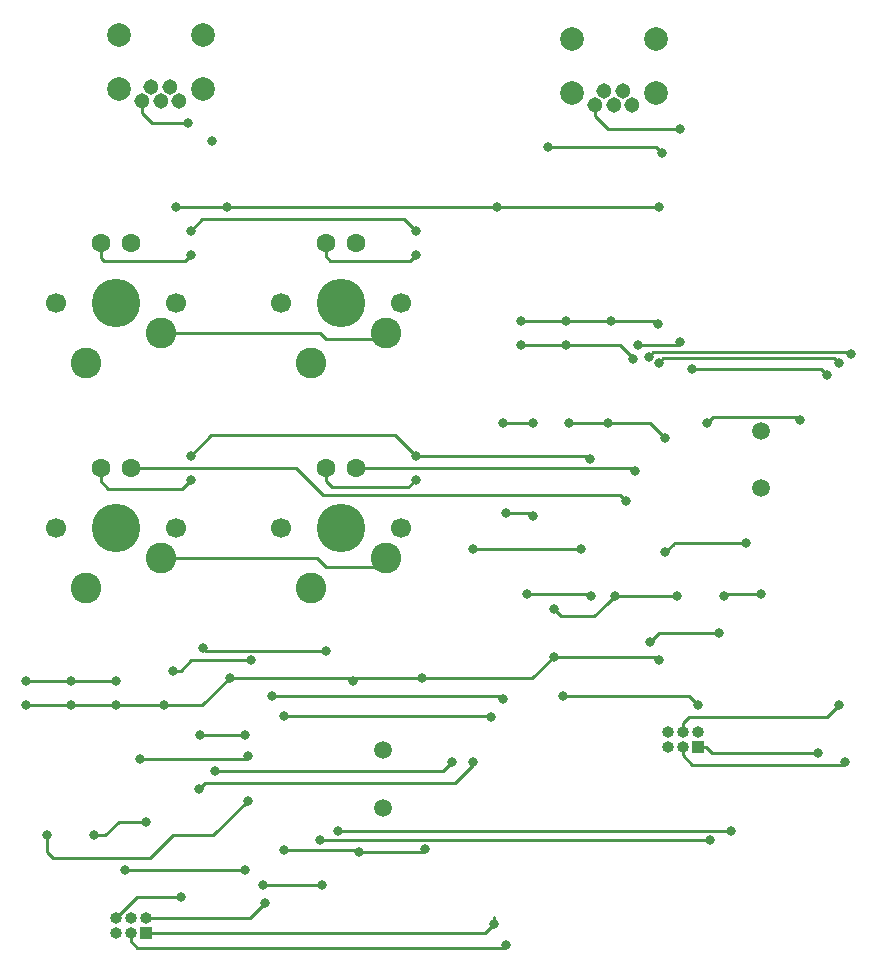
<source format=gbr>
G04 #@! TF.GenerationSoftware,KiCad,Pcbnew,(5.0.2)-1*
G04 #@! TF.CreationDate,2018-12-26T22:17:43-06:00*
G04 #@! TF.ProjectId,AVR6502Tester,41565236-3530-4325-9465-737465722e6b,rev?*
G04 #@! TF.SameCoordinates,Original*
G04 #@! TF.FileFunction,Copper,L1,Top*
G04 #@! TF.FilePolarity,Positive*
%FSLAX46Y46*%
G04 Gerber Fmt 4.6, Leading zero omitted, Abs format (unit mm)*
G04 Created by KiCad (PCBNEW (5.0.2)-1) date 12/26/2018 10:17:43 PM*
%MOMM*%
%LPD*%
G01*
G04 APERTURE LIST*
G04 #@! TA.AperFunction,ComponentPad*
%ADD10C,1.305560*%
G04 #@! TD*
G04 #@! TA.AperFunction,ComponentPad*
%ADD11C,2.000000*%
G04 #@! TD*
G04 #@! TA.AperFunction,ComponentPad*
%ADD12C,1.500000*%
G04 #@! TD*
G04 #@! TA.AperFunction,ComponentPad*
%ADD13C,1.600200*%
G04 #@! TD*
G04 #@! TA.AperFunction,ComponentPad*
%ADD14R,1.000000X1.000000*%
G04 #@! TD*
G04 #@! TA.AperFunction,ComponentPad*
%ADD15O,1.000000X1.000000*%
G04 #@! TD*
G04 #@! TA.AperFunction,ComponentPad*
%ADD16C,4.099560*%
G04 #@! TD*
G04 #@! TA.AperFunction,ComponentPad*
%ADD17C,2.600960*%
G04 #@! TD*
G04 #@! TA.AperFunction,ComponentPad*
%ADD18C,1.699260*%
G04 #@! TD*
G04 #@! TA.AperFunction,ViaPad*
%ADD19C,0.800000*%
G04 #@! TD*
G04 #@! TA.AperFunction,Conductor*
%ADD20C,0.250000*%
G04 #@! TD*
G04 APERTURE END LIST*
D10*
G04 #@! TO.P,LJ1,3*
G04 #@! TO.N,Net-(LJ1-Pad3)*
X100584000Y-21353780D03*
G04 #@! TO.P,LJ1,2*
G04 #@! TO.N,Net-(LJ1-Pad2)*
X99786440Y-20154900D03*
G04 #@! TO.P,LJ1,5*
G04 #@! TO.N,GND*
X102181660Y-21353780D03*
G04 #@! TO.P,LJ1,4*
G04 #@! TO.N,Net-(LJ1-Pad4)*
X101381560Y-20154900D03*
D11*
G04 #@! TO.P,LJ1,*
G04 #@! TO.N,*
X104140000Y-15748000D03*
X97028000Y-15748000D03*
D10*
G04 #@! TO.P,LJ1,1*
G04 #@! TO.N,VCC*
X98986340Y-21353780D03*
D11*
G04 #@! TO.P,LJ1,*
G04 #@! TO.N,*
X97028000Y-20320000D03*
X104140000Y-20320000D03*
G04 #@! TD*
D12*
G04 #@! TO.P,Y1,1*
G04 #@! TO.N,Net-(C1-Pad1)*
X81026000Y-75946000D03*
G04 #@! TO.P,Y1,2*
G04 #@! TO.N,Net-(C2-Pad1)*
X81026000Y-80826000D03*
G04 #@! TD*
D11*
G04 #@! TO.P,J1,*
G04 #@! TO.N,*
X65786000Y-19939000D03*
X58674000Y-19939000D03*
D10*
G04 #@! TO.P,J1,1*
G04 #@! TO.N,VCC*
X60632340Y-20972780D03*
D11*
G04 #@! TO.P,J1,*
G04 #@! TO.N,*
X58674000Y-15367000D03*
X65786000Y-15367000D03*
D10*
G04 #@! TO.P,J1,4*
G04 #@! TO.N,Net-(J1-Pad4)*
X63027560Y-19773900D03*
G04 #@! TO.P,J1,5*
G04 #@! TO.N,GND*
X63827660Y-20972780D03*
G04 #@! TO.P,J1,2*
G04 #@! TO.N,Net-(J1-Pad2)*
X61432440Y-19773900D03*
G04 #@! TO.P,J1,3*
G04 #@! TO.N,Net-(J1-Pad3)*
X62230000Y-20972780D03*
G04 #@! TD*
D13*
G04 #@! TO.P,LED1,1*
G04 #@! TO.N,Net-(LED1-Pad1)*
X57150000Y-33020000D03*
G04 #@! TO.P,LED1,2*
G04 #@! TO.N,/light_controller/LED_COL0*
X59690000Y-33020000D03*
G04 #@! TD*
G04 #@! TO.P,LED2,2*
G04 #@! TO.N,/light_controller/LED_COL1*
X78740000Y-33020000D03*
G04 #@! TO.P,LED2,1*
G04 #@! TO.N,Net-(LED2-Pad1)*
X76200000Y-33020000D03*
G04 #@! TD*
G04 #@! TO.P,LED3,2*
G04 #@! TO.N,/light_controller/LED_COL0*
X59690000Y-52070000D03*
G04 #@! TO.P,LED3,1*
G04 #@! TO.N,Net-(LED3-Pad1)*
X57150000Y-52070000D03*
G04 #@! TD*
G04 #@! TO.P,LED4,1*
G04 #@! TO.N,Net-(LED4-Pad1)*
X76200000Y-52070000D03*
G04 #@! TO.P,LED4,2*
G04 #@! TO.N,/light_controller/LED_COL1*
X78740000Y-52070000D03*
G04 #@! TD*
D14*
G04 #@! TO.P,LP1,1*
G04 #@! TO.N,/light_controller/LMISO*
X107696000Y-75692000D03*
D15*
G04 #@! TO.P,LP1,2*
G04 #@! TO.N,VCC*
X107696000Y-74422000D03*
G04 #@! TO.P,LP1,3*
G04 #@! TO.N,/light_controller/LSCLK*
X106426000Y-75692000D03*
G04 #@! TO.P,LP1,4*
G04 #@! TO.N,/light_controller/LMOSI*
X106426000Y-74422000D03*
G04 #@! TO.P,LP1,5*
G04 #@! TO.N,/light_controller/~LRES*
X105156000Y-75692000D03*
G04 #@! TO.P,LP1,6*
G04 #@! TO.N,GND*
X105156000Y-74422000D03*
G04 #@! TD*
D12*
G04 #@! TO.P,LY1,2*
G04 #@! TO.N,Net-(LC2-Pad1)*
X113030000Y-53775000D03*
G04 #@! TO.P,LY1,1*
G04 #@! TO.N,Net-(LC1-Pad1)*
X113030000Y-48895000D03*
G04 #@! TD*
D15*
G04 #@! TO.P,P1,6*
G04 #@! TO.N,GND*
X58420000Y-90170000D03*
G04 #@! TO.P,P1,5*
G04 #@! TO.N,/~RES*
X58420000Y-91440000D03*
G04 #@! TO.P,P1,4*
G04 #@! TO.N,/MOSI*
X59690000Y-90170000D03*
G04 #@! TO.P,P1,3*
G04 #@! TO.N,/SCLK*
X59690000Y-91440000D03*
G04 #@! TO.P,P1,2*
G04 #@! TO.N,VCC*
X60960000Y-90170000D03*
D14*
G04 #@! TO.P,P1,1*
G04 #@! TO.N,/MISO*
X60960000Y-91440000D03*
G04 #@! TD*
D16*
G04 #@! TO.P,S1,0*
G04 #@! TO.N,N/C*
X58420000Y-38100000D03*
D17*
G04 #@! TO.P,S1,2*
G04 #@! TO.N,Net-(D1-Pad2)*
X55880000Y-43180000D03*
G04 #@! TO.P,S1,1*
G04 #@! TO.N,/Row0*
X62230000Y-40640000D03*
D18*
G04 #@! TO.P,S1,*
G04 #@! TO.N,*
X63500000Y-38100000D03*
X53340000Y-38100000D03*
G04 #@! TD*
G04 #@! TO.P,S2,*
G04 #@! TO.N,*
X72390000Y-38100000D03*
X82550000Y-38100000D03*
D17*
G04 #@! TO.P,S2,1*
G04 #@! TO.N,/Row0*
X81280000Y-40640000D03*
G04 #@! TO.P,S2,2*
G04 #@! TO.N,Net-(D2-Pad2)*
X74930000Y-43180000D03*
D16*
G04 #@! TO.P,S2,0*
G04 #@! TO.N,N/C*
X77470000Y-38100000D03*
G04 #@! TD*
G04 #@! TO.P,S3,0*
G04 #@! TO.N,N/C*
X58420000Y-57150000D03*
D17*
G04 #@! TO.P,S3,2*
G04 #@! TO.N,Net-(D3-Pad2)*
X55880000Y-62230000D03*
G04 #@! TO.P,S3,1*
G04 #@! TO.N,/Row1*
X62230000Y-59690000D03*
D18*
G04 #@! TO.P,S3,*
G04 #@! TO.N,*
X63500000Y-57150000D03*
X53340000Y-57150000D03*
G04 #@! TD*
G04 #@! TO.P,S4,*
G04 #@! TO.N,*
X72390000Y-57150000D03*
X82550000Y-57150000D03*
D17*
G04 #@! TO.P,S4,1*
G04 #@! TO.N,/Row1*
X81280000Y-59690000D03*
G04 #@! TO.P,S4,2*
G04 #@! TO.N,Net-(D4-Pad2)*
X74930000Y-62230000D03*
D16*
G04 #@! TO.P,S4,0*
G04 #@! TO.N,N/C*
X77470000Y-57150000D03*
G04 #@! TD*
D19*
G04 #@! TO.N,GND*
X50800000Y-72145000D03*
X54610000Y-72145000D03*
X58420000Y-72145000D03*
X56611520Y-83159600D03*
X60960000Y-82042000D03*
X66548000Y-24375000D03*
X68072000Y-69850000D03*
X62484000Y-72136000D03*
X63999000Y-88392000D03*
X72655002Y-84440000D03*
X78994000Y-84582000D03*
X78486000Y-70104000D03*
X84582000Y-84328000D03*
X84328000Y-69850000D03*
X100720000Y-62865000D03*
X105948480Y-62890400D03*
X111760000Y-58420000D03*
X92710000Y-39615000D03*
X96520000Y-39615000D03*
X94996000Y-24892000D03*
X94996000Y-24892000D03*
X104648000Y-25391000D03*
X100330000Y-39624000D03*
X96774000Y-48260000D03*
X100076000Y-48260000D03*
X104902000Y-49530000D03*
X93730653Y-48264653D03*
X91186000Y-48260000D03*
X91440000Y-55880000D03*
X104385000Y-39878000D03*
X95504000Y-68063000D03*
X104394000Y-68326000D03*
X93726000Y-56134000D03*
X95504000Y-64008000D03*
X104965000Y-59182000D03*
G04 #@! TO.N,Net-(C3-Pad1)*
X63255000Y-69215000D03*
X69850000Y-68326000D03*
G04 #@! TO.N,VCC*
X64516000Y-22860000D03*
X50800000Y-70095000D03*
X54610000Y-70095000D03*
X58420000Y-70095000D03*
X63500000Y-29972000D03*
X67818000Y-29972000D03*
X71111000Y-88900000D03*
X65532000Y-74676000D03*
X69342000Y-74676000D03*
X76200000Y-67564000D03*
X65786000Y-67310000D03*
X104394000Y-29972000D03*
X106172000Y-23368000D03*
X92710000Y-41665000D03*
X96520000Y-41665000D03*
X90678000Y-29972000D03*
X93218000Y-62738000D03*
X98670000Y-62865000D03*
X102239653Y-42803653D03*
X96266000Y-71374000D03*
X107696000Y-72136000D03*
X75937000Y-87376000D03*
X70866000Y-87376000D03*
G04 #@! TO.N,/Col0*
X59182000Y-86106000D03*
X69342000Y-86106000D03*
G04 #@! TO.N,/SCLK*
X71628000Y-71374000D03*
X91440000Y-92456000D03*
X91186000Y-71628000D03*
G04 #@! TO.N,/MOSI*
X60452000Y-76708000D03*
X69596000Y-76454000D03*
G04 #@! TO.N,/MISO*
X90424000Y-90678000D03*
X72655002Y-73040000D03*
X90170000Y-73152000D03*
G04 #@! TO.N,/~RES*
X69596000Y-80264000D03*
X52611020Y-83159600D03*
G04 #@! TO.N,/SCL*
X77216000Y-82804000D03*
X110490000Y-82804000D03*
G04 #@! TO.N,/SDA*
X75692000Y-83566000D03*
X108712000Y-83566000D03*
G04 #@! TO.N,/Row1*
X66802000Y-77724000D03*
X86868000Y-76962000D03*
G04 #@! TO.N,/Row0*
X88646000Y-76962000D03*
X65465965Y-79236383D03*
G04 #@! TO.N,Net-(LC3-Pad1)*
X102616000Y-41656000D03*
X106172000Y-41402000D03*
G04 #@! TO.N,Net-(LED1-Pad1)*
X64770000Y-34045000D03*
G04 #@! TO.N,/light_controller/LED_COL0*
X101600000Y-54864000D03*
G04 #@! TO.N,/light_controller/LED_COL1*
X102362000Y-52324000D03*
G04 #@! TO.N,Net-(LED2-Pad1)*
X83820000Y-34045000D03*
G04 #@! TO.N,Net-(LED3-Pad1)*
X64770000Y-53095000D03*
G04 #@! TO.N,Net-(LED4-Pad1)*
X83820000Y-53095000D03*
G04 #@! TO.N,/light_controller/LED_ROW0*
X64770000Y-31995000D03*
X83820000Y-31995000D03*
X97790000Y-58928000D03*
X88646000Y-58928000D03*
G04 #@! TO.N,/light_controller/LED_ROW1*
X64770000Y-51045000D03*
X83820000Y-51045000D03*
X98552000Y-51308000D03*
G04 #@! TO.N,/light_controller/~LRES*
X108458000Y-48260000D03*
X116332000Y-48006000D03*
X113030000Y-62738000D03*
X109948980Y-62890400D03*
X109474000Y-66040000D03*
X103632000Y-66802000D03*
G04 #@! TO.N,/light_controller/LMISO*
X107188000Y-43688000D03*
X118613347Y-44200653D03*
X117856000Y-76200000D03*
G04 #@! TO.N,/light_controller/LMOSI*
X104394000Y-43180000D03*
X119634000Y-43180000D03*
X119634000Y-72136000D03*
G04 #@! TO.N,/light_controller/LSCLK*
X103561949Y-42625299D03*
X120650000Y-42418000D03*
X120142000Y-76962000D03*
G04 #@! TD*
D20*
G04 #@! TO.N,GND*
X50800000Y-72145000D02*
X54610000Y-72145000D01*
X54610000Y-72145000D02*
X58420000Y-72145000D01*
X58678890Y-82042000D02*
X60960000Y-82042000D01*
X56611520Y-83159600D02*
X57561290Y-83159600D01*
X57561290Y-83159600D02*
X58678890Y-82042000D01*
X58420000Y-72145000D02*
X65777000Y-72145000D01*
X65777000Y-72145000D02*
X68072000Y-69850000D01*
X60246998Y-88392000D02*
X63999000Y-88392000D01*
X60198000Y-88392000D02*
X60246998Y-88392000D01*
X58420000Y-90170000D02*
X60198000Y-88392000D01*
X68072000Y-69850000D02*
X77724000Y-69850000D01*
X72655002Y-84440000D02*
X78852000Y-84440000D01*
X78852000Y-84440000D02*
X78994000Y-84582000D01*
X77724000Y-69850000D02*
X78232000Y-69850000D01*
X78232000Y-69850000D02*
X78486000Y-70104000D01*
X78994000Y-84582000D02*
X84328000Y-84582000D01*
X84328000Y-84582000D02*
X84582000Y-84328000D01*
X78740000Y-69850000D02*
X78486000Y-70104000D01*
X84328000Y-69850000D02*
X78740000Y-69850000D01*
X100720000Y-62865000D02*
X105923080Y-62865000D01*
X105923080Y-62865000D02*
X105948480Y-62890400D01*
X111760000Y-58420000D02*
X105664000Y-58420000D01*
X92710000Y-39615000D02*
X96520000Y-39615000D01*
X94996000Y-24892000D02*
X104149000Y-24892000D01*
X104149000Y-24892000D02*
X104648000Y-25391000D01*
X96520000Y-39615000D02*
X100321000Y-39615000D01*
X100321000Y-39615000D02*
X100330000Y-39624000D01*
X96774000Y-48260000D02*
X100076000Y-48260000D01*
X100076000Y-48260000D02*
X103632000Y-48260000D01*
X103632000Y-48260000D02*
X104902000Y-49530000D01*
X93730653Y-48264653D02*
X91190653Y-48264653D01*
X91190653Y-48264653D02*
X91186000Y-48260000D01*
X100330000Y-39624000D02*
X104131000Y-39624000D01*
X104131000Y-39624000D02*
X104385000Y-39878000D01*
X84328000Y-69850000D02*
X93717000Y-69850000D01*
X93717000Y-69850000D02*
X95504000Y-68063000D01*
X95504000Y-68063000D02*
X104131000Y-68063000D01*
X104131000Y-68063000D02*
X104394000Y-68326000D01*
X93472000Y-55880000D02*
X93726000Y-56134000D01*
X91440000Y-55880000D02*
X93472000Y-55880000D01*
X100096628Y-63488372D02*
X100720000Y-62865000D01*
X98953628Y-64631372D02*
X100096628Y-63488372D01*
X96127372Y-64631372D02*
X98953628Y-64631372D01*
X95504000Y-64008000D02*
X96127372Y-64631372D01*
X105664000Y-58483000D02*
X104965000Y-59182000D01*
X105664000Y-58420000D02*
X105664000Y-58483000D01*
G04 #@! TO.N,Net-(C3-Pad1)*
X63930000Y-69215000D02*
X64819000Y-68326000D01*
X63255000Y-69215000D02*
X63930000Y-69215000D01*
X64819000Y-68326000D02*
X69850000Y-68326000D01*
X69850000Y-68326000D02*
X70104000Y-68326000D01*
G04 #@! TO.N,VCC*
X60632340Y-20972780D02*
X60632340Y-22024340D01*
X60632340Y-22024340D02*
X61468000Y-22860000D01*
X61468000Y-22860000D02*
X64516000Y-22860000D01*
X50800000Y-70095000D02*
X54610000Y-70095000D01*
X54610000Y-70095000D02*
X58420000Y-70095000D01*
X63500000Y-29972000D02*
X67818000Y-29972000D01*
X67818000Y-29972000D02*
X90678000Y-29972000D01*
X69841000Y-90170000D02*
X71111000Y-88900000D01*
X60960000Y-90170000D02*
X69841000Y-90170000D01*
X65532000Y-74676000D02*
X69342000Y-74676000D01*
X66040000Y-67564000D02*
X65786000Y-67310000D01*
X76200000Y-67564000D02*
X66040000Y-67564000D01*
X90678000Y-29972000D02*
X104394000Y-29972000D01*
X98986340Y-22276950D02*
X100077390Y-23368000D01*
X98986340Y-21353780D02*
X98986340Y-22276950D01*
X100077390Y-23368000D02*
X106172000Y-23368000D01*
X92710000Y-41665000D02*
X96520000Y-41665000D01*
X96520000Y-41665000D02*
X101101000Y-41665000D01*
X93218000Y-62738000D02*
X98543000Y-62738000D01*
X98543000Y-62738000D02*
X98670000Y-62865000D01*
X101101000Y-41665000D02*
X102108000Y-42672000D01*
X102108000Y-42672000D02*
X102239653Y-42803653D01*
X96266000Y-71374000D02*
X106934000Y-71374000D01*
X106934000Y-71374000D02*
X107696000Y-72136000D01*
X75937000Y-87376000D02*
X72635000Y-87376000D01*
X72635000Y-87376000D02*
X70866000Y-87376000D01*
G04 #@! TO.N,/Col0*
X59182000Y-86106000D02*
X69342000Y-86106000D01*
G04 #@! TO.N,/SCLK*
X59690000Y-92147106D02*
X60252894Y-92710000D01*
X59690000Y-91440000D02*
X59690000Y-92147106D01*
X60252894Y-92710000D02*
X62992000Y-92710000D01*
X62992000Y-92710000D02*
X88392000Y-92710000D01*
X71628000Y-71374000D02*
X90932000Y-71374000D01*
X90932000Y-71374000D02*
X91186000Y-71628000D01*
X88392000Y-92710000D02*
X91186000Y-92710000D01*
X91186000Y-92710000D02*
X91440000Y-92456000D01*
G04 #@! TO.N,/MOSI*
X60452000Y-76708000D02*
X69342000Y-76708000D01*
X69342000Y-76708000D02*
X69596000Y-76454000D01*
G04 #@! TO.N,/MISO*
X60960000Y-91440000D02*
X87884000Y-91440000D01*
X87884000Y-91440000D02*
X89662000Y-91440000D01*
X89662000Y-91440000D02*
X90424000Y-90678000D01*
X90424000Y-90112315D02*
X90424000Y-90678000D01*
X72655002Y-73040000D02*
X90058000Y-73040000D01*
G04 #@! TO.N,/~RES*
X69596000Y-80264000D02*
X66700400Y-83159600D01*
X52611020Y-84560220D02*
X53140800Y-85090000D01*
X52611020Y-83159600D02*
X52611020Y-84560220D01*
X61315600Y-85090000D02*
X63246000Y-83159600D01*
X53140800Y-85090000D02*
X61315600Y-85090000D01*
X66700400Y-83159600D02*
X63246000Y-83159600D01*
G04 #@! TO.N,/SCL*
X77216000Y-82804000D02*
X108712000Y-82804000D01*
X108712000Y-82804000D02*
X110490000Y-82804000D01*
G04 #@! TO.N,/SDA*
X75692000Y-83566000D02*
X88392000Y-83566000D01*
X108712000Y-83566000D02*
X108966000Y-83566000D01*
X88392000Y-83566000D02*
X108712000Y-83566000D01*
G04 #@! TO.N,/Row1*
X80518000Y-60452000D02*
X81280000Y-59690000D01*
X76200000Y-60452000D02*
X80518000Y-60452000D01*
X62230000Y-59690000D02*
X75438000Y-59690000D01*
X75438000Y-59690000D02*
X76200000Y-60452000D01*
X66802000Y-77724000D02*
X86106000Y-77724000D01*
X86106000Y-77724000D02*
X86868000Y-76962000D01*
G04 #@! TO.N,/Row0*
X62230000Y-40640000D02*
X62230000Y-41402000D01*
X80772000Y-41148000D02*
X81280000Y-40640000D01*
X76200000Y-41148000D02*
X80772000Y-41148000D01*
X62230000Y-40640000D02*
X75692000Y-40640000D01*
X75692000Y-40640000D02*
X76200000Y-41148000D01*
X65962348Y-78740000D02*
X65465965Y-79236383D01*
X88646000Y-76962000D02*
X88646000Y-77216000D01*
X88646000Y-77216000D02*
X87122000Y-78740000D01*
X87122000Y-78740000D02*
X65962348Y-78740000D01*
G04 #@! TO.N,Net-(LC3-Pad1)*
X102616000Y-41656000D02*
X105918000Y-41656000D01*
X105918000Y-41656000D02*
X106172000Y-41402000D01*
G04 #@! TO.N,Net-(LED1-Pad1)*
X57150000Y-33020000D02*
X57150000Y-34290000D01*
X57150000Y-34290000D02*
X57404000Y-34544000D01*
X57404000Y-34544000D02*
X64271000Y-34544000D01*
X64271000Y-34544000D02*
X64770000Y-34045000D01*
G04 #@! TO.N,/light_controller/LED_COL0*
X59690000Y-52070000D02*
X73660000Y-52070000D01*
X73660000Y-52070000D02*
X75946000Y-54356000D01*
X75946000Y-54356000D02*
X101092000Y-54356000D01*
X101092000Y-54356000D02*
X101600000Y-54864000D01*
G04 #@! TO.N,/light_controller/LED_COL1*
X78740000Y-52070000D02*
X102108000Y-52070000D01*
X102108000Y-52070000D02*
X102362000Y-52324000D01*
G04 #@! TO.N,Net-(LED2-Pad1)*
X76200000Y-34151512D02*
X76592488Y-34544000D01*
X76200000Y-33020000D02*
X76200000Y-34151512D01*
X76592488Y-34544000D02*
X83321000Y-34544000D01*
X83321000Y-34544000D02*
X83820000Y-34045000D01*
G04 #@! TO.N,Net-(LED3-Pad1)*
X57150000Y-53201512D02*
X57796488Y-53848000D01*
X57150000Y-52070000D02*
X57150000Y-53201512D01*
X57796488Y-53848000D02*
X64017000Y-53848000D01*
X64017000Y-53848000D02*
X64770000Y-53095000D01*
G04 #@! TO.N,Net-(LED4-Pad1)*
X76200000Y-53201512D02*
X76708000Y-53709512D01*
X76200000Y-52070000D02*
X76200000Y-53201512D01*
X76708000Y-53709512D02*
X83205488Y-53709512D01*
X83205488Y-53709512D02*
X83820000Y-53095000D01*
G04 #@! TO.N,/light_controller/LED_ROW0*
X65777000Y-30988000D02*
X64770000Y-31995000D01*
X83820000Y-31995000D02*
X82813000Y-30988000D01*
X82813000Y-30988000D02*
X65777000Y-30988000D01*
X97790000Y-58928000D02*
X88646000Y-58928000D01*
G04 #@! TO.N,/light_controller/LED_ROW1*
X64770000Y-51045000D02*
X66539000Y-49276000D01*
X66539000Y-49276000D02*
X82051000Y-49276000D01*
X82051000Y-49276000D02*
X83820000Y-51045000D01*
X83820000Y-51045000D02*
X98289000Y-51045000D01*
X98289000Y-51045000D02*
X98552000Y-51308000D01*
G04 #@! TO.N,/light_controller/~LRES*
X108458000Y-48260000D02*
X108966000Y-47752000D01*
X108966000Y-47752000D02*
X116078000Y-47752000D01*
X116078000Y-47752000D02*
X116332000Y-48006000D01*
X113030000Y-62738000D02*
X110101380Y-62738000D01*
X110101380Y-62738000D02*
X109948980Y-62890400D01*
X109474000Y-66040000D02*
X104394000Y-66040000D01*
X104394000Y-66040000D02*
X103632000Y-66802000D01*
G04 #@! TO.N,/light_controller/LMISO*
X107188000Y-43688000D02*
X118110000Y-43688000D01*
X118618000Y-44196000D02*
X118613347Y-44200653D01*
X118110000Y-43688000D02*
X118613347Y-44200653D01*
X107696000Y-75692000D02*
X108446000Y-75692000D01*
X108954000Y-76200000D02*
X117856000Y-76200000D01*
X108446000Y-75692000D02*
X108954000Y-76200000D01*
G04 #@! TO.N,/light_controller/LMOSI*
X104793999Y-42780001D02*
X118218001Y-42780001D01*
X104394000Y-43180000D02*
X104793999Y-42780001D01*
X118218001Y-42780001D02*
X119234001Y-42780001D01*
X119234001Y-42780001D02*
X119634000Y-43180000D01*
X106426000Y-74422000D02*
X106426000Y-73660000D01*
X106426000Y-73660000D02*
X106934000Y-73152000D01*
X118618000Y-73152000D02*
X119634000Y-72136000D01*
X106934000Y-73152000D02*
X118618000Y-73152000D01*
G04 #@! TO.N,/light_controller/LSCLK*
X103961948Y-42225300D02*
X118933300Y-42225300D01*
X103561949Y-42625299D02*
X103961948Y-42225300D01*
X118933300Y-42225300D02*
X120457300Y-42225300D01*
X120457300Y-42225300D02*
X120650000Y-42418000D01*
X106426000Y-76399106D02*
X107242894Y-77216000D01*
X106426000Y-75692000D02*
X106426000Y-76399106D01*
X107242894Y-77216000D02*
X119888000Y-77216000D01*
X119888000Y-77216000D02*
X120142000Y-76962000D01*
G04 #@! TD*
M02*

</source>
